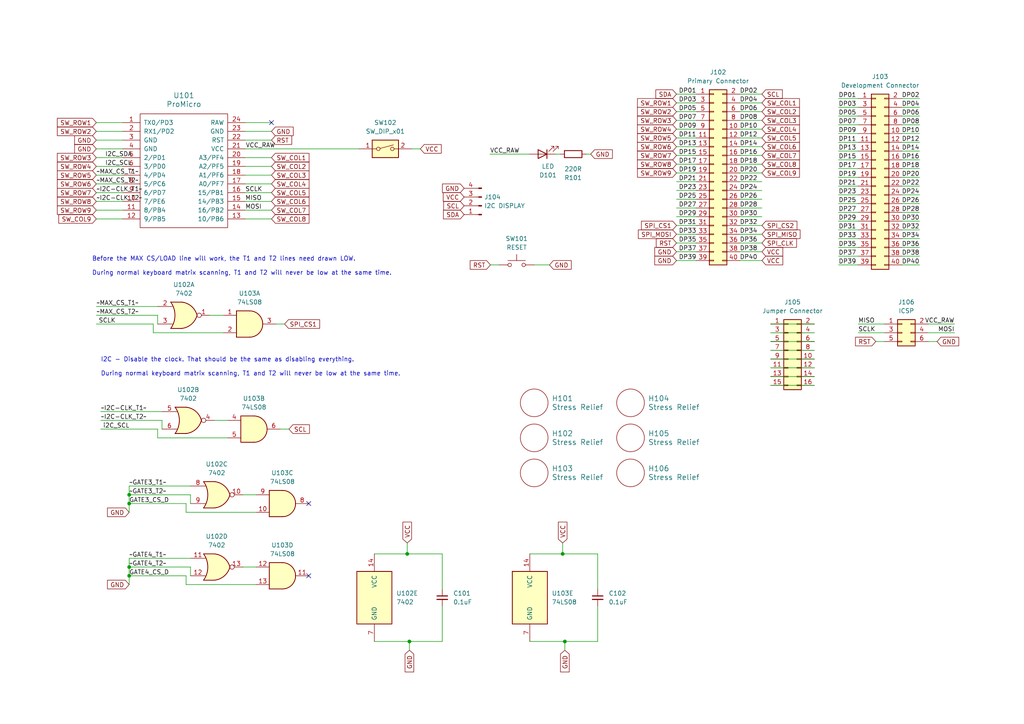
<source format=kicad_sch>
(kicad_sch (version 20230121) (generator eeschema)
  (paper "A4")
  (lib_symbols
    (symbol "74xx:7402" (pin_names (offset 1.016))
      (property "Reference" "U" (at 0 1.27 0))
      (property "Value" "7402" (at 0 -1.27 0))
      (symbol "7402_1_1"
        (pin output inverted (at 7.62 0 180) (length 3.81) (name "~") (number "1"))
        (pin input line (at -7.62 2.54 0) (length 4.318) (name "~") (number "2"))
        (pin input line (at -7.62 -2.54 0) (length 4.318) (name "~") (number "3"))
      )
      (symbol "7402_1_2"
        (pin output line (at 7.62 0 180) (length 3.81) (name "~") (number "1"))
        (pin input inverted (at -7.62 2.54 0) (length 3.81) (name "~") (number "2"))
        (pin input inverted (at -7.62 -2.54 0) (length 3.81) (name "~") (number "3"))
      )
      (symbol "7402_2_1"
        (pin output inverted (at 7.62 0 180) (length 3.81) (name "~") (number "4"))
        (pin input line (at -7.62 2.54 0) (length 4.318) (name "~") (number "5"))
        (pin input line (at -7.62 -2.54 0) (length 4.318) (name "~") (number "6"))
      )
      (symbol "7402_2_2"
        (pin output line (at 7.62 0 180) (length 3.81) (name "~") (number "4"))
        (pin input inverted (at -7.62 2.54 0) (length 3.81) (name "~") (number "5"))
        (pin input inverted (at -7.62 -2.54 0) (length 3.81) (name "~") (number "6"))
      )
      (symbol "7402_3_1"
        (pin output inverted (at 7.62 0 180) (length 3.81) (name "~") (number "10"))
        (pin input line (at -7.62 2.54 0) (length 4.318) (name "~") (number "8"))
        (pin input line (at -7.62 -2.54 0) (length 4.318) (name "~") (number "9"))
      )
      (symbol "7402_3_2"
        (pin output line (at 7.62 0 180) (length 3.81) (name "~") (number "10"))
        (pin input inverted (at -7.62 2.54 0) (length 3.81) (name "~") (number "8"))
        (pin input inverted (at -7.62 -2.54 0) (length 3.81) (name "~") (number "9"))
      )
      (symbol "7402_4_1"
        (pin input line (at -7.62 2.54 0) (length 4.318) (name "~") (number "11"))
        (pin input line (at -7.62 -2.54 0) (length 4.318) (name "~") (number "12"))
        (pin output inverted (at 7.62 0 180) (length 3.81) (name "~") (number "13"))
      )
      (symbol "7402_4_2"
        (pin input inverted (at -7.62 2.54 0) (length 3.81) (name "~") (number "11"))
        (pin input inverted (at -7.62 -2.54 0) (length 3.81) (name "~") (number "12"))
        (pin output line (at 7.62 0 180) (length 3.81) (name "~") (number "13"))
      )
      (symbol "7402_5_0"
        (pin power_in line (at 0 12.7 270) (length 5.08) (name "VCC") (number "14"))
        (pin power_in line (at 0 -12.7 90) (length 5.08) (name "GND") (number "7"))
      )
    )
    (symbol "74xx:74LS08" (pin_names (offset 1.016))
      (property "Reference" "U" (at 0 1.27 0))
      (property "Value" "74LS08" (at 0 -1.27 0))
      (symbol "74LS08_1_1"
        (pin input line (at -7.62 2.54 0) (length 3.81) (name "~") (number "1"))
        (pin input line (at -7.62 -2.54 0) (length 3.81) (name "~") (number "2"))
        (pin output line (at 7.62 0 180) (length 3.81) (name "~") (number "3"))
      )
      (symbol "74LS08_1_2"
        (pin input inverted (at -7.62 2.54 0) (length 4.318) (name "~") (number "1"))
        (pin input inverted (at -7.62 -2.54 0) (length 4.318) (name "~") (number "2"))
        (pin output inverted (at 7.62 0 180) (length 3.81) (name "~") (number "3"))
      )
      (symbol "74LS08_2_1"
        (pin input line (at -7.62 2.54 0) (length 3.81) (name "~") (number "4"))
        (pin input line (at -7.62 -2.54 0) (length 3.81) (name "~") (number "5"))
        (pin output line (at 7.62 0 180) (length 3.81) (name "~") (number "6"))
      )
      (symbol "74LS08_2_2"
        (pin input inverted (at -7.62 2.54 0) (length 4.318) (name "~") (number "4"))
        (pin input inverted (at -7.62 -2.54 0) (length 4.318) (name "~") (number "5"))
        (pin output inverted (at 7.62 0 180) (length 3.81) (name "~") (number "6"))
      )
      (symbol "74LS08_3_1"
        (pin input line (at -7.62 -2.54 0) (length 3.81) (name "~") (number "10"))
        (pin output line (at 7.62 0 180) (length 3.81) (name "~") (number "8"))
        (pin input line (at -7.62 2.54 0) (length 3.81) (name "~") (number "9"))
      )
      (symbol "74LS08_3_2"
        (pin input inverted (at -7.62 -2.54 0) (length 4.318) (name "~") (number "10"))
        (pin output inverted (at 7.62 0 180) (length 3.81) (name "~") (number "8"))
        (pin input inverted (at -7.62 2.54 0) (length 4.318) (name "~") (number "9"))
      )
      (symbol "74LS08_4_1"
        (pin output line (at 7.62 0 180) (length 3.81) (name "~") (number "11"))
        (pin input line (at -7.62 2.54 0) (length 3.81) (name "~") (number "12"))
        (pin input line (at -7.62 -2.54 0) (length 3.81) (name "~") (number "13"))
      )
      (symbol "74LS08_4_2"
        (pin output inverted (at 7.62 0 180) (length 3.81) (name "~") (number "11"))
        (pin input inverted (at -7.62 2.54 0) (length 4.318) (name "~") (number "12"))
        (pin input inverted (at -7.62 -2.54 0) (length 4.318) (name "~") (number "13"))
      )
      (symbol "74LS08_5_0"
        (pin power_in line (at 0 12.7 270) (length 5.08) (name "VCC") (number "14"))
        (pin power_in line (at 0 -12.7 90) (length 5.08) (name "GND") (number "7"))
      )
    )
    (symbol "Connector:Conn_01x04_Male" (pin_names (offset 1.016) hide)
      (property "Reference" "J" (at 0 5.08 0))
      (property "Value" "Conn_01x04_Male" (at 0 -7.62 0))
      (symbol "Conn_01x04_Male_1_1"
        (pin passive line (at 5.08 2.54 180) (length 3.81) (name "Pin_1") (number "1"))
        (pin passive line (at 5.08 0 180) (length 3.81) (name "Pin_2") (number "2"))
        (pin passive line (at 5.08 -2.54 180) (length 3.81) (name "Pin_3") (number "3"))
        (pin passive line (at 5.08 -5.08 180) (length 3.81) (name "Pin_4") (number "4"))
      )
    )
    (symbol "Connector_Generic:Conn_02x03_Odd_Even" (pin_names (offset 1.016) hide)
      (property "Reference" "J" (at 1.27 5.08 0))
      (property "Value" "Conn_02x03_Odd_Even" (at 1.27 -5.08 0))
      (symbol "Conn_02x03_Odd_Even_1_1"
        (pin passive line (at -5.08 2.54 0) (length 3.81) (name "Pin_1") (number "1"))
        (pin passive line (at 7.62 2.54 180) (length 3.81) (name "Pin_2") (number "2"))
        (pin passive line (at -5.08 0 0) (length 3.81) (name "Pin_3") (number "3"))
        (pin passive line (at 7.62 0 180) (length 3.81) (name "Pin_4") (number "4"))
        (pin passive line (at -5.08 -2.54 0) (length 3.81) (name "Pin_5") (number "5"))
        (pin passive line (at 7.62 -2.54 180) (length 3.81) (name "Pin_6") (number "6"))
      )
    )
    (symbol "Connector_Generic:Conn_02x08_Odd_Even" (pin_names (offset 1.016) hide)
      (property "Reference" "J" (at 1.27 10.16 0))
      (property "Value" "Conn_02x08_Odd_Even" (at 1.27 -12.7 0))
      (symbol "Conn_02x08_Odd_Even_1_1"
        (pin passive line (at -5.08 7.62 0) (length 3.81) (name "Pin_1") (number "1"))
        (pin passive line (at 7.62 -2.54 180) (length 3.81) (name "Pin_10") (number "10"))
        (pin passive line (at -5.08 -5.08 0) (length 3.81) (name "Pin_11") (number "11"))
        (pin passive line (at 7.62 -5.08 180) (length 3.81) (name "Pin_12") (number "12"))
        (pin passive line (at -5.08 -7.62 0) (length 3.81) (name "Pin_13") (number "13"))
        (pin passive line (at 7.62 -7.62 180) (length 3.81) (name "Pin_14") (number "14"))
        (pin passive line (at -5.08 -10.16 0) (length 3.81) (name "Pin_15") (number "15"))
        (pin passive line (at 7.62 -10.16 180) (length 3.81) (name "Pin_16") (number "16"))
        (pin passive line (at 7.62 7.62 180) (length 3.81) (name "Pin_2") (number "2"))
        (pin passive line (at -5.08 5.08 0) (length 3.81) (name "Pin_3") (number "3"))
        (pin passive line (at 7.62 5.08 180) (length 3.81) (name "Pin_4") (number "4"))
        (pin passive line (at -5.08 2.54 0) (length 3.81) (name "Pin_5") (number "5"))
        (pin passive line (at 7.62 2.54 180) (length 3.81) (name "Pin_6") (number "6"))
        (pin passive line (at -5.08 0 0) (length 3.81) (name "Pin_7") (number "7"))
        (pin passive line (at 7.62 0 180) (length 3.81) (name "Pin_8") (number "8"))
        (pin passive line (at -5.08 -2.54 0) (length 3.81) (name "Pin_9") (number "9"))
      )
    )
    (symbol "Connector_Generic:Conn_02x20_Odd_Even" (pin_names (offset 1.016) hide)
      (property "Reference" "J" (at 1.27 25.4 0))
      (property "Value" "Conn_02x20_Odd_Even" (at 1.27 -27.94 0))
      (symbol "Conn_02x20_Odd_Even_1_1"
        (pin passive line (at -5.08 22.86 0) (length 3.81) (name "Pin_1") (number "1"))
        (pin passive line (at 7.62 12.7 180) (length 3.81) (name "Pin_10") (number "10"))
        (pin passive line (at -5.08 10.16 0) (length 3.81) (name "Pin_11") (number "11"))
        (pin passive line (at 7.62 10.16 180) (length 3.81) (name "Pin_12") (number "12"))
        (pin passive line (at -5.08 7.62 0) (length 3.81) (name "Pin_13") (number "13"))
        (pin passive line (at 7.62 7.62 180) (length 3.81) (name "Pin_14") (number "14"))
        (pin passive line (at -5.08 5.08 0) (length 3.81) (name "Pin_15") (number "15"))
        (pin passive line (at 7.62 5.08 180) (length 3.81) (name "Pin_16") (number "16"))
        (pin passive line (at -5.08 2.54 0) (length 3.81) (name "Pin_17") (number "17"))
        (pin passive line (at 7.62 2.54 180) (length 3.81) (name "Pin_18") (number "18"))
        (pin passive line (at -5.08 0 0) (length 3.81) (name "Pin_19") (number "19"))
        (pin passive line (at 7.62 22.86 180) (length 3.81) (name "Pin_2") (number "2"))
        (pin passive line (at 7.62 0 180) (length 3.81) (name "Pin_20") (number "20"))
        (pin passive line (at -5.08 -2.54 0) (length 3.81) (name "Pin_21") (number "21"))
        (pin passive line (at 7.62 -2.54 180) (length 3.81) (name "Pin_22") (number "22"))
        (pin passive line (at -5.08 -5.08 0) (length 3.81) (name "Pin_23") (number "23"))
        (pin passive line (at 7.62 -5.08 180) (length 3.81) (name "Pin_24") (number "24"))
        (pin passive line (at -5.08 -7.62 0) (length 3.81) (name "Pin_25") (number "25"))
        (pin passive line (at 7.62 -7.62 180) (length 3.81) (name "Pin_26") (number "26"))
        (pin passive line (at -5.08 -10.16 0) (length 3.81) (name "Pin_27") (number "27"))
        (pin passive line (at 7.62 -10.16 180) (length 3.81) (name "Pin_28") (number "28"))
        (pin passive line (at -5.08 -12.7 0) (length 3.81) (name "Pin_29") (number "29"))
        (pin passive line (at -5.08 20.32 0) (length 3.81) (name "Pin_3") (number "3"))
        (pin passive line (at 7.62 -12.7 180) (length 3.81) (name "Pin_30") (number "30"))
        (pin passive line (at -5.08 -15.24 0) (length 3.81) (name "Pin_31") (number "31"))
        (pin passive line (at 7.62 -15.24 180) (length 3.81) (name "Pin_32") (number "32"))
        (pin passive line (at -5.08 -17.78 0) (length 3.81) (name "Pin_33") (number "33"))
        (pin passive line (at 7.62 -17.78 180) (length 3.81) (name "Pin_34") (number "34"))
        (pin passive line (at -5.08 -20.32 0) (length 3.81) (name "Pin_35") (number "35"))
        (pin passive line (at 7.62 -20.32 180) (length 3.81) (name "Pin_36") (number "36"))
        (pin passive line (at -5.08 -22.86 0) (length 3.81) (name "Pin_37") (number "37"))
        (pin passive line (at 7.62 -22.86 180) (length 3.81) (name "Pin_38") (number "38"))
        (pin passive line (at -5.08 -25.4 0) (length 3.81) (name "Pin_39") (number "39"))
        (pin passive line (at 7.62 20.32 180) (length 3.81) (name "Pin_4") (number "4"))
        (pin passive line (at 7.62 -25.4 180) (length 3.81) (name "Pin_40") (number "40"))
        (pin passive line (at -5.08 17.78 0) (length 3.81) (name "Pin_5") (number "5"))
        (pin passive line (at 7.62 17.78 180) (length 3.81) (name "Pin_6") (number "6"))
        (pin passive line (at -5.08 15.24 0) (length 3.81) (name "Pin_7") (number "7"))
        (pin passive line (at 7.62 15.24 180) (length 3.81) (name "Pin_8") (number "8"))
        (pin passive line (at -5.08 12.7 0) (length 3.81) (name "Pin_9") (number "9"))
      )
    )
    (symbol "Device:C_Small" (pin_numbers hide) (pin_names (offset 0.254) hide)
      (property "Reference" "C" (at 0.254 1.778 0))
      (property "Value" "C_Small" (at 0.254 -2.032 0))
      (symbol "C_Small_1_1"
        (pin passive line (at 0 2.54 270) (length 2.032) (name "~") (number "1"))
        (pin passive line (at 0 -2.54 90) (length 2.032) (name "~") (number "2"))
      )
    )
    (symbol "Device:LED" (pin_numbers hide) (pin_names (offset 1.016) hide)
      (property "Reference" "D" (at 0 2.54 0))
      (property "Value" "LED" (at 0 -2.54 0))
      (symbol "LED_1_1"
        (pin passive line (at -3.81 0 0) (length 2.54) (name "K") (number "1"))
        (pin passive line (at 3.81 0 180) (length 2.54) (name "A") (number "2"))
      )
    )
    (symbol "Device:R" (pin_numbers hide) (pin_names (offset 0))
      (property "Reference" "R" (at 2.032 0 90))
      (property "Value" "R" (at 0 0 90))
      (symbol "R_1_1"
        (pin passive line (at 0 3.81 270) (length 1.27) (name "~") (number "1"))
        (pin passive line (at 0 -3.81 90) (length 1.27) (name "~") (number "2"))
      )
    )
    (symbol "Switch:SW_DIP_x01" (pin_names (offset 0) hide)
      (property "Reference" "SW" (at 0 3.81 0))
      (property "Value" "SW_DIP_x01" (at 0 -3.81 0))
      (symbol "SW_DIP_x01_1_1"
        (pin passive line (at -7.62 0 0) (length 5.08) (name "~") (number "1"))
        (pin passive line (at 7.62 0 180) (length 5.08) (name "~") (number "2"))
      )
    )
    (symbol "Switch:SW_Push" (pin_numbers hide) (pin_names (offset 1.016) hide)
      (property "Reference" "SW" (at 1.27 2.54 0))
      (property "Value" "SW_Push" (at 0 -1.524 0))
      (symbol "SW_Push_0_1"
        (pin passive line (at -5.08 0 0) (length 2.54) (name "1") (number "1"))
        (pin passive line (at 5.08 0 180) (length 2.54) (name "2") (number "2"))
      )
    )
    (symbol "keebio:Hole" (pin_names (offset 1.016))
      (property "Reference" "H" (at 0 -1.27 0))
      (property "Value" "Hole" (at 0 1.27 0))
    )
    (symbol "keebio:ProMicro" (pin_names (offset 1.016))
      (property "Reference" "U" (at 0 0 0))
      (property "Value" "ProMicro" (at 0 -19.05 0))
      (symbol "ProMicro_1_1"
        (pin input line (at -17.78 13.97 0) (length 5.08) (name "TX0/PD3") (number "1"))
        (pin input line (at -17.78 -8.89 0) (length 5.08) (name "7/PE6") (number "10"))
        (pin input line (at -17.78 -11.43 0) (length 5.08) (name "8/PB4") (number "11"))
        (pin input line (at -17.78 -13.97 0) (length 5.08) (name "9/PB5") (number "12"))
        (pin input line (at 17.78 -13.97 180) (length 5.08) (name "10/PB6") (number "13"))
        (pin input line (at 17.78 -11.43 180) (length 5.08) (name "16/PB2") (number "14"))
        (pin input line (at 17.78 -8.89 180) (length 5.08) (name "14/PB3") (number "15"))
        (pin input line (at 17.78 -6.35 180) (length 5.08) (name "15/PB1") (number "16"))
        (pin input line (at 17.78 -3.81 180) (length 5.08) (name "A0/PF7") (number "17"))
        (pin input line (at 17.78 -1.27 180) (length 5.08) (name "A1/PF6") (number "18"))
        (pin input line (at 17.78 1.27 180) (length 5.08) (name "A2/PF5") (number "19"))
        (pin input line (at -17.78 11.43 0) (length 5.08) (name "RX1/PD2") (number "2"))
        (pin input line (at 17.78 3.81 180) (length 5.08) (name "A3/PF4") (number "20"))
        (pin input line (at 17.78 6.35 180) (length 5.08) (name "VCC") (number "21"))
        (pin input line (at 17.78 8.89 180) (length 5.08) (name "RST") (number "22"))
        (pin input line (at 17.78 11.43 180) (length 5.08) (name "GND") (number "23"))
        (pin input line (at 17.78 13.97 180) (length 5.08) (name "RAW") (number "24"))
        (pin input line (at -17.78 8.89 0) (length 5.08) (name "GND") (number "3"))
        (pin input line (at -17.78 6.35 0) (length 5.08) (name "GND") (number "4"))
        (pin input line (at -17.78 3.81 0) (length 5.08) (name "2/PD1") (number "5"))
        (pin input line (at -17.78 1.27 0) (length 5.08) (name "3/PD0") (number "6"))
        (pin input line (at -17.78 -1.27 0) (length 5.08) (name "4/PD4") (number "7"))
        (pin input line (at -17.78 -3.81 0) (length 5.08) (name "5/PC6") (number "8"))
        (pin input line (at -17.78 -6.35 0) (length 5.08) (name "6/PD7") (number "9"))
      )
    )
  )
  (junction (at 37.465 164.465))
  (junction (at 163.195 160.655))
  (junction (at 118.11 160.655))
  (junction (at 37.465 143.51))
  (junction (at 163.83 186.055))
  (junction (at 118.745 186.055))
  (junction (at 37.465 146.05))
  (junction (at 37.465 167.005))
  (no_connect (at 89.535 146.05))
  (no_connect (at 89.535 167.005))
  (no_connect (at 78.74 35.56))
  (wire (pts (xy 37.465 146.05) (xy 53.975 146.05)))
  (wire (pts (xy 261.62 43.815) (xy 266.7 43.815)))
  (wire (pts (xy 142.113 44.704) (xy 153.543 44.704)))
  (wire (pts (xy 223.52 111.76) (xy 236.22 111.76)))
  (wire (pts (xy 214.63 34.925) (xy 220.98 34.925)))
  (wire (pts (xy 37.465 164.465) (xy 55.245 164.465)))
  (wire (pts (xy 261.62 38.735) (xy 266.7 38.735)))
  (wire (pts (xy 196.215 45.085) (xy 201.93 45.085)))
  (wire (pts (xy 261.62 71.755) (xy 266.7 71.755)))
  (wire (pts (xy 261.62 69.215) (xy 266.7 69.215)))
  (wire (pts (xy 196.215 50.165) (xy 201.93 50.165)))
  (wire (pts (xy 27.94 55.88) (xy 35.56 55.88)))
  (wire (pts (xy 261.62 41.275) (xy 266.7 41.275)))
  (wire (pts (xy 53.975 169.545) (xy 74.295 169.545)))
  (wire (pts (xy 214.63 55.245) (xy 220.98 55.245)))
  (wire (pts (xy 196.215 34.925) (xy 201.93 34.925)))
  (wire (pts (xy 243.205 74.295) (xy 248.92 74.295)))
  (wire (pts (xy 71.12 45.72) (xy 78.74 45.72)))
  (wire (pts (xy 60.96 91.44) (xy 64.77 91.44)))
  (wire (pts (xy 196.215 42.545) (xy 201.93 42.545)))
  (wire (pts (xy 29.21 124.46) (xy 45.72 124.46)))
  (wire (pts (xy 37.465 143.51) (xy 55.245 143.51)))
  (wire (pts (xy 214.63 73.025) (xy 220.98 73.025)))
  (wire (pts (xy 223.52 101.6) (xy 236.22 101.6)))
  (wire (pts (xy 243.205 46.355) (xy 248.92 46.355)))
  (wire (pts (xy 128.27 186.055) (xy 118.745 186.055)))
  (wire (pts (xy 62.23 121.92) (xy 66.04 121.92)))
  (wire (pts (xy 71.12 58.42) (xy 78.74 58.42)))
  (wire (pts (xy 71.12 53.34) (xy 78.74 53.34)))
  (wire (pts (xy 214.63 45.085) (xy 220.98 45.085)))
  (wire (pts (xy 27.94 91.44) (xy 45.72 91.44)))
  (wire (pts (xy 80.01 93.98) (xy 82.55 93.98)))
  (wire (pts (xy 71.12 63.5) (xy 78.74 63.5)))
  (wire (pts (xy 46.99 121.92) (xy 46.99 124.46)))
  (wire (pts (xy 27.94 50.8) (xy 35.56 50.8)))
  (wire (pts (xy 196.215 75.565) (xy 201.93 75.565)))
  (wire (pts (xy 70.485 143.51) (xy 74.295 143.51)))
  (wire (pts (xy 243.205 28.575) (xy 248.92 28.575)))
  (wire (pts (xy 71.12 43.18) (xy 104.14 43.18)))
  (wire (pts (xy 37.465 161.925) (xy 55.245 161.925)))
  (wire (pts (xy 27.94 58.42) (xy 35.56 58.42)))
  (wire (pts (xy 118.745 186.055) (xy 108.585 186.055)))
  (wire (pts (xy 243.205 36.195) (xy 248.92 36.195)))
  (wire (pts (xy 214.63 47.625) (xy 220.98 47.625)))
  (wire (pts (xy 261.62 31.115) (xy 266.7 31.115)))
  (wire (pts (xy 53.975 146.05) (xy 53.975 148.59)))
  (wire (pts (xy 243.205 41.275) (xy 248.92 41.275)))
  (wire (pts (xy 269.24 93.98) (xy 276.86 93.98)))
  (wire (pts (xy 214.63 52.705) (xy 220.98 52.705)))
  (wire (pts (xy 163.195 157.48) (xy 163.195 160.655)))
  (wire (pts (xy 161.163 44.704) (xy 162.433 44.704)))
  (wire (pts (xy 261.62 64.135) (xy 266.7 64.135)))
  (wire (pts (xy 223.52 93.98) (xy 236.22 93.98)))
  (wire (pts (xy 214.63 40.005) (xy 220.98 40.005)))
  (wire (pts (xy 27.94 93.98) (xy 44.45 93.98)))
  (wire (pts (xy 214.63 62.865) (xy 220.98 62.865)))
  (wire (pts (xy 173.355 160.655) (xy 173.355 170.815)))
  (wire (pts (xy 163.83 186.055) (xy 163.83 188.595)))
  (wire (pts (xy 243.205 56.515) (xy 248.92 56.515)))
  (wire (pts (xy 261.62 36.195) (xy 266.7 36.195)))
  (wire (pts (xy 214.63 50.165) (xy 220.98 50.165)))
  (wire (pts (xy 27.94 35.56) (xy 35.56 35.56)))
  (wire (pts (xy 196.215 40.005) (xy 201.93 40.005)))
  (wire (pts (xy 173.355 186.055) (xy 163.83 186.055)))
  (wire (pts (xy 243.205 48.895) (xy 248.92 48.895)))
  (wire (pts (xy 196.215 32.385) (xy 201.93 32.385)))
  (wire (pts (xy 196.215 27.305) (xy 201.93 27.305)))
  (wire (pts (xy 27.94 45.72) (xy 35.56 45.72)))
  (wire (pts (xy 214.63 42.545) (xy 220.98 42.545)))
  (wire (pts (xy 71.12 35.56) (xy 78.74 35.56)))
  (wire (pts (xy 214.63 57.785) (xy 220.98 57.785)))
  (wire (pts (xy 173.355 175.895) (xy 173.355 186.055)))
  (wire (pts (xy 214.63 65.405) (xy 220.98 65.405)))
  (wire (pts (xy 37.465 164.465) (xy 37.465 167.005)))
  (wire (pts (xy 70.485 164.465) (xy 74.295 164.465)))
  (wire (pts (xy 27.94 40.64) (xy 35.56 40.64)))
  (wire (pts (xy 37.465 146.05) (xy 37.465 148.59)))
  (wire (pts (xy 248.92 93.98) (xy 256.54 93.98)))
  (wire (pts (xy 71.12 48.26) (xy 78.74 48.26)))
  (wire (pts (xy 196.215 60.325) (xy 201.93 60.325)))
  (wire (pts (xy 243.205 64.135) (xy 248.92 64.135)))
  (wire (pts (xy 214.63 27.305) (xy 220.98 27.305)))
  (wire (pts (xy 128.27 160.655) (xy 128.27 170.815)))
  (wire (pts (xy 261.62 28.575) (xy 266.7 28.575)))
  (wire (pts (xy 243.205 76.835) (xy 248.92 76.835)))
  (wire (pts (xy 153.67 160.655) (xy 163.195 160.655)))
  (wire (pts (xy 71.12 40.64) (xy 78.74 40.64)))
  (wire (pts (xy 243.205 69.215) (xy 248.92 69.215)))
  (wire (pts (xy 45.72 124.46) (xy 45.72 127)))
  (wire (pts (xy 37.465 140.97) (xy 55.245 140.97)))
  (wire (pts (xy 243.205 61.595) (xy 248.92 61.595)))
  (wire (pts (xy 196.215 62.865) (xy 201.93 62.865)))
  (wire (pts (xy 214.63 37.465) (xy 220.98 37.465)))
  (wire (pts (xy 37.465 140.97) (xy 37.465 143.51)))
  (wire (pts (xy 71.12 55.88) (xy 78.74 55.88)))
  (wire (pts (xy 27.94 53.34) (xy 35.56 53.34)))
  (wire (pts (xy 223.52 104.14) (xy 236.22 104.14)))
  (wire (pts (xy 261.62 76.835) (xy 266.7 76.835)))
  (wire (pts (xy 45.72 127) (xy 66.04 127)))
  (wire (pts (xy 261.62 56.515) (xy 266.7 56.515)))
  (wire (pts (xy 142.24 76.835) (xy 144.78 76.835)))
  (wire (pts (xy 243.205 66.675) (xy 248.92 66.675)))
  (wire (pts (xy 27.94 43.18) (xy 35.56 43.18)))
  (wire (pts (xy 27.94 60.96) (xy 35.56 60.96)))
  (wire (pts (xy 53.975 148.59) (xy 74.295 148.59)))
  (wire (pts (xy 55.245 143.51) (xy 55.245 146.05)))
  (wire (pts (xy 196.215 57.785) (xy 201.93 57.785)))
  (wire (pts (xy 196.215 65.405) (xy 201.93 65.405)))
  (wire (pts (xy 71.12 60.96) (xy 78.74 60.96)))
  (wire (pts (xy 37.465 161.925) (xy 37.465 164.465)))
  (wire (pts (xy 29.21 119.38) (xy 46.99 119.38)))
  (wire (pts (xy 81.28 124.46) (xy 83.82 124.46)))
  (wire (pts (xy 196.215 67.945) (xy 201.93 67.945)))
  (wire (pts (xy 55.245 164.465) (xy 55.245 167.005)))
  (wire (pts (xy 261.62 59.055) (xy 266.7 59.055)))
  (wire (pts (xy 44.45 93.98) (xy 44.45 96.52)))
  (wire (pts (xy 261.62 61.595) (xy 266.7 61.595)))
  (wire (pts (xy 44.45 96.52) (xy 64.77 96.52)))
  (wire (pts (xy 37.465 143.51) (xy 37.465 146.05)))
  (wire (pts (xy 163.195 160.655) (xy 173.355 160.655)))
  (wire (pts (xy 243.205 71.755) (xy 248.92 71.755)))
  (wire (pts (xy 196.215 70.485) (xy 201.93 70.485)))
  (wire (pts (xy 108.585 160.655) (xy 118.11 160.655)))
  (wire (pts (xy 154.94 76.835) (xy 159.385 76.835)))
  (wire (pts (xy 45.72 91.44) (xy 45.72 93.98)))
  (wire (pts (xy 163.83 186.055) (xy 153.67 186.055)))
  (wire (pts (xy 214.63 29.845) (xy 220.98 29.845)))
  (wire (pts (xy 243.205 33.655) (xy 248.92 33.655)))
  (wire (pts (xy 27.94 48.26) (xy 35.56 48.26)))
  (wire (pts (xy 243.205 53.975) (xy 248.92 53.975)))
  (wire (pts (xy 223.52 99.06) (xy 236.22 99.06)))
  (wire (pts (xy 196.215 73.025) (xy 201.93 73.025)))
  (wire (pts (xy 223.52 96.52) (xy 236.22 96.52)))
  (wire (pts (xy 118.11 157.48) (xy 118.11 160.655)))
  (wire (pts (xy 243.205 43.815) (xy 248.92 43.815)))
  (wire (pts (xy 214.63 70.485) (xy 220.98 70.485)))
  (wire (pts (xy 261.62 53.975) (xy 266.7 53.975)))
  (wire (pts (xy 243.205 51.435) (xy 248.92 51.435)))
  (wire (pts (xy 261.62 74.295) (xy 266.7 74.295)))
  (wire (pts (xy 119.38 43.18) (xy 121.92 43.18)))
  (wire (pts (xy 261.62 33.655) (xy 266.7 33.655)))
  (wire (pts (xy 27.94 88.9) (xy 45.72 88.9)))
  (wire (pts (xy 53.975 167.005) (xy 53.975 169.545)))
  (wire (pts (xy 196.215 47.625) (xy 201.93 47.625)))
  (wire (pts (xy 248.92 96.52) (xy 256.54 96.52)))
  (wire (pts (xy 214.63 75.565) (xy 220.98 75.565)))
  (wire (pts (xy 269.24 99.06) (xy 271.78 99.06)))
  (wire (pts (xy 261.62 46.355) (xy 266.7 46.355)))
  (wire (pts (xy 118.745 186.055) (xy 118.745 188.595)))
  (wire (pts (xy 243.205 31.115) (xy 248.92 31.115)))
  (wire (pts (xy 71.12 50.8) (xy 78.74 50.8)))
  (wire (pts (xy 254 99.06) (xy 256.54 99.06)))
  (wire (pts (xy 214.63 67.945) (xy 220.98 67.945)))
  (wire (pts (xy 223.52 106.68) (xy 236.22 106.68)))
  (wire (pts (xy 243.205 59.055) (xy 248.92 59.055)))
  (wire (pts (xy 37.465 167.005) (xy 53.975 167.005)))
  (wire (pts (xy 269.24 96.52) (xy 276.86 96.52)))
  (wire (pts (xy 261.62 66.675) (xy 266.7 66.675)))
  (wire (pts (xy 37.465 167.005) (xy 37.465 169.545)))
  (wire (pts (xy 118.11 160.655) (xy 128.27 160.655)))
  (wire (pts (xy 27.94 38.1) (xy 35.56 38.1)))
  (wire (pts (xy 196.215 55.245) (xy 201.93 55.245)))
  (wire (pts (xy 261.62 48.895) (xy 266.7 48.895)))
  (wire (pts (xy 214.63 60.325) (xy 220.98 60.325)))
  (wire (pts (xy 29.21 121.92) (xy 46.99 121.92)))
  (wire (pts (xy 243.205 38.735) (xy 248.92 38.735)))
  (wire (pts (xy 128.27 175.895) (xy 128.27 186.055)))
  (wire (pts (xy 214.63 32.385) (xy 220.98 32.385)))
  (wire (pts (xy 196.215 52.705) (xy 201.93 52.705)))
  (wire (pts (xy 71.12 38.1) (xy 78.74 38.1)))
  (wire (pts (xy 196.215 37.465) (xy 201.93 37.465)))
  (wire (pts (xy 223.52 109.22) (xy 236.22 109.22)))
  (wire (pts (xy 27.94 63.5) (xy 35.56 63.5)))
  (wire (pts (xy 170.053 44.704) (xy 171.323 44.704)))
  (wire (pts (xy 196.215 29.845) (xy 201.93 29.845)))
  (wire (pts (xy 261.62 51.435) (xy 266.7 51.435)))
  (text "I2C - Disable the clock. That should be the same as disabling everything.\n\nDuring normal keyboard matrix scanning, T1 and T2 will never be low at the same time.\n" (at 29.21 109.22 0) (effects (font (size 1.27 1.27)) (justify left bottom)))
  (text "Before the MAX CS/LOAD line will work, the T1 and T2 lines need drawn LOW.\n\nDuring normal keyboard matrix scanning, T1 and T2 will never be low at the same time.\n" (at 26.67 80.01 0) (effects (font (size 1.27 1.27)) (justify left bottom)))
  (label "DP36" (at 266.7 71.755 180))
  (label "DP27" (at 196.85 60.325 0))
  (label "DP29" (at 243.205 64.135 0))
  (label "~GATE3_T1~" (at 37.465 140.97 0))
  (label "DP12" (at 219.71 40.005 180))
  (label "DP14" (at 219.71 42.545 180))
  (label "DP21" (at 196.85 52.705 0))
  (label "DP28" (at 219.71 60.325 180))
  (label "DP30" (at 266.7 64.135 180))
  (label "DP03" (at 243.205 31.115 0))
  (label "DP39" (at 243.205 76.835 0))
  (label "DP11" (at 243.205 41.275 0))
  (label "VCC_RAW" (at 276.86 93.98 180))
  (label "~I2C-CLK_T2~" (at 29.21 121.92 0))
  (label "DP31" (at 243.205 66.675 0))
  (label "DP28" (at 266.7 61.595 180))
  (label "DP06" (at 266.7 33.655 180))
  (label "DP22" (at 266.7 53.975 180))
  (label "DP04" (at 219.71 29.845 180))
  (label "VCC_RAW" (at 71.247 43.18 0))
  (label "DP29" (at 196.85 62.865 0))
  (label "DP32" (at 219.71 65.405 180))
  (label "DP22" (at 219.71 52.705 180))
  (label "DP17" (at 196.85 47.625 0))
  (label "DP09" (at 243.205 38.735 0))
  (label "SCLK" (at 28.575 93.98 0))
  (label "DP12" (at 266.7 41.275 180))
  (label "DP36" (at 219.71 70.485 180))
  (label "~MAX_CS_T1~" (at 27.94 50.8 0))
  (label "DP01" (at 196.85 27.305 0))
  (label "DP26" (at 219.71 57.785 180))
  (label "DP19" (at 196.85 50.165 0))
  (label "DP23" (at 196.85 55.245 0))
  (label "DP25" (at 196.85 57.785 0))
  (label "MISO" (at 71.12 58.42 0))
  (label "DP38" (at 266.7 74.295 180))
  (label "DP38" (at 219.71 73.025 180))
  (label "DP27" (at 243.205 61.595 0))
  (label "DP40" (at 266.7 76.835 180))
  (label "SCLK" (at 71.12 55.88 0))
  (label "DP10" (at 266.7 38.735 180))
  (label "~I2C-CLK_T2~" (at 27.94 58.42 0))
  (label "~MAX_CS_T2~" (at 27.94 91.44 0))
  (label "DP39" (at 196.85 75.565 0))
  (label "DP34" (at 219.71 67.945 180))
  (label "DP14" (at 266.7 43.815 180))
  (label "~GATE4_T2~" (at 37.465 164.465 0))
  (label "DP35" (at 196.85 70.485 0))
  (label "~MAX_CS_T1~" (at 27.94 88.9 0))
  (label "GATE4_CS_D" (at 37.465 167.005 0))
  (label "DP13" (at 196.85 42.545 0))
  (label "I2C_SCL" (at 30.48 48.26 0))
  (label "~GATE3_T2~" (at 37.465 143.51 0))
  (label "DP06" (at 219.71 32.385 180))
  (label "DP07" (at 196.85 34.925 0))
  (label "DP04" (at 266.7 31.115 180))
  (label "~I2C-CLK_T1~" (at 29.21 119.38 0))
  (label "DP20" (at 266.7 51.435 180))
  (label "DP01" (at 243.205 28.575 0))
  (label "MOSI" (at 276.86 96.52 180))
  (label "DP08" (at 266.7 36.195 180))
  (label "DP21" (at 243.205 53.975 0))
  (label "GATE3_CS_D" (at 37.465 146.05 0))
  (label "DP15" (at 243.205 46.355 0))
  (label "i2C_SCL" (at 29.845 124.46 0))
  (label "VCC_RAW" (at 142.113 44.704 0))
  (label "DP07" (at 243.205 36.195 0))
  (label "DP13" (at 243.205 43.815 0))
  (label "DP18" (at 266.7 48.895 180))
  (label "DP34" (at 266.7 69.215 180))
  (label "DP20" (at 219.71 50.165 180))
  (label "DP18" (at 219.71 47.625 180))
  (label "~GATE4_T1~" (at 37.465 161.925 0))
  (label "DP02" (at 219.71 27.305 180))
  (label "DP05" (at 196.85 32.385 0))
  (label "DP30" (at 219.71 62.865 180))
  (label "DP40" (at 219.71 75.565 180))
  (label "DP05" (at 243.205 33.655 0))
  (label "DP03" (at 196.85 29.845 0))
  (label "DP37" (at 243.205 74.295 0))
  (label "DP32" (at 266.7 66.675 180))
  (label "DP24" (at 266.7 56.515 180))
  (label "DP16" (at 266.7 46.355 180))
  (label "MISO" (at 248.92 93.98 0))
  (label "DP23" (at 243.205 56.515 0))
  (label "DP17" (at 243.205 48.895 0))
  (label "DP08" (at 219.71 34.925 180))
  (label "DP15" (at 196.85 45.085 0))
  (label "I2C_SDA" (at 30.48 45.72 0))
  (label "DP35" (at 243.205 71.755 0))
  (label "~I2C-CLK_T1~" (at 27.94 55.88 0))
  (label "DP33" (at 196.85 67.945 0))
  (label "DP24" (at 219.71 55.245 180))
  (label "DP33" (at 243.205 69.215 0))
  (label "DP11" (at 196.85 40.005 0))
  (label "DP25" (at 243.205 59.055 0))
  (label "MOSI" (at 71.12 60.96 0))
  (label "DP09" (at 196.85 37.465 0))
  (label "SCLK" (at 248.92 96.52 0))
  (label "DP10" (at 219.71 37.465 180))
  (label "DP19" (at 243.205 51.435 0))
  (label "DP16" (at 219.71 45.085 180))
  (label "DP26" (at 266.7 59.055 180))
  (label "DP02" (at 266.7 28.575 180))
  (label "~MAX_CS_T2~" (at 27.94 53.34 0))
  (label "DP31" (at 196.85 65.405 0))
  (label "DP37" (at 196.85 73.025 0))
  (global_label "SW_ROW5" (shape input) (at 27.94 50.8 180) (property "Intersheetrefs" "${INTERSHEET_REFS}" (effects hide)))
  (global_label "SW_COL2" (shape input) (at 220.98 32.385 0) (property "Intersheetrefs" "${INTERSHEET_REFS}" (effects hide)))
  (global_label "SW_ROW8" (shape input) (at 27.94 58.42 180) (property "Intersheetrefs" "${INTERSHEET_REFS}" (effects hide)))
  (global_label "SW_ROW1" (shape input) (at 196.215 29.845 180) (property "Intersheetrefs" "${INTERSHEET_REFS}" (effects hide)))
  (global_label "SW_ROW9" (shape input) (at 196.215 50.165 180) (property "Intersheetrefs" "${INTERSHEET_REFS}" (effects hide)))
  (global_label "SW_ROW6" (shape input) (at 196.215 42.545 180) (property "Intersheetrefs" "${INTERSHEET_REFS}" (effects hide)))
  (global_label "SCL" (shape input) (at 83.82 124.46 0) (property "Intersheetrefs" "${INTERSHEET_REFS}" (effects hide)))
  (global_label "GND" (shape input) (at 271.78 99.06 0) (property "Intersheetrefs" "${INTERSHEET_REFS}" (effects hide)))
  (global_label "GND" (shape input) (at 27.94 40.64 180) (property "Intersheetrefs" "${INTERSHEET_REFS}" (effects hide)))
  (global_label "SCL" (shape input) (at 220.98 27.305 0) (property "Intersheetrefs" "${INTERSHEET_REFS}" (effects hide)))
  (global_label "SW_ROW7" (shape input) (at 27.94 55.88 180) (property "Intersheetrefs" "${INTERSHEET_REFS}" (effects hide)))
  (global_label "GND" (shape input) (at 134.62 54.61 180) (property "Intersheetrefs" "${INTERSHEET_REFS}" (effects hide)))
  (global_label "SDA" (shape input) (at 196.215 27.305 180) (property "Intersheetrefs" "${INTERSHEET_REFS}" (effects hide)))
  (global_label "SPI_CS1" (shape input) (at 196.215 65.405 180) (property "Intersheetrefs" "${INTERSHEET_REFS}" (effects hide)))
  (global_label "GND" (shape input) (at 37.465 169.545 180) (property "Intersheetrefs" "${INTERSHEET_REFS}" (effects hide)))
  (global_label "SCL" (shape input) (at 134.62 59.69 180) (property "Intersheetrefs" "${INTERSHEET_REFS}" (effects hide)))
  (global_label "SW_COL9" (shape input) (at 27.94 63.5 180) (property "Intersheetrefs" "${INTERSHEET_REFS}" (effects hide)))
  (global_label "VCC" (shape input) (at 121.92 43.18 0) (property "Intersheetrefs" "${INTERSHEET_REFS}" (effects hide)))
  (global_label "SW_COL6" (shape input) (at 220.98 42.545 0) (property "Intersheetrefs" "${INTERSHEET_REFS}" (effects hide)))
  (global_label "SPI_MOSI" (shape input) (at 196.215 67.945 180) (property "Intersheetrefs" "${INTERSHEET_REFS}" (effects hide)))
  (global_label "SW_ROW1" (shape input) (at 27.94 35.56 180) (property "Intersheetrefs" "${INTERSHEET_REFS}" (effects hide)))
  (global_label "SW_ROW7" (shape input) (at 196.215 45.085 180) (property "Intersheetrefs" "${INTERSHEET_REFS}" (effects hide)))
  (global_label "SW_ROW6" (shape input) (at 27.94 53.34 180) (property "Intersheetrefs" "${INTERSHEET_REFS}" (effects hide)))
  (global_label "SW_COL4" (shape input) (at 78.74 53.34 0) (property "Intersheetrefs" "${INTERSHEET_REFS}" (effects hide)))
  (global_label "SW_ROW4" (shape input) (at 27.94 48.26 180) (property "Intersheetrefs" "${INTERSHEET_REFS}" (effects hide)))
  (global_label "SW_ROW9" (shape input) (at 27.94 60.96 180) (property "Intersheetrefs" "${INTERSHEET_REFS}" (effects hide)))
  (global_label "VCC" (shape input) (at 220.98 75.565 0) (property "Intersheetrefs" "${INTERSHEET_REFS}" (effects hide)))
  (global_label "GND" (shape input) (at 118.745 188.595 270) (property "Intersheetrefs" "${INTERSHEET_REFS}" (effects hide)))
  (global_label "SW_COL6" (shape input) (at 78.74 58.42 0) (property "Intersheetrefs" "${INTERSHEET_REFS}" (effects hide)))
  (global_label "SW_COL3" (shape input) (at 220.98 34.925 0) (property "Intersheetrefs" "${INTERSHEET_REFS}" (effects hide)))
  (global_label "SW_COL1" (shape input) (at 220.98 29.845 0) (property "Intersheetrefs" "${INTERSHEET_REFS}" (effects hide)))
  (global_label "SPI_CS2" (shape input) (at 220.98 65.405 0) (property "Intersheetrefs" "${INTERSHEET_REFS}" (effects hide)))
  (global_label "SW_ROW3" (shape input) (at 196.215 34.925 180) (property "Intersheetrefs" "${INTERSHEET_REFS}" (effects hide)))
  (global_label "GND" (shape input) (at 196.215 73.025 180) (property "Intersheetrefs" "${INTERSHEET_REFS}" (effects hide)))
  (global_label "SW_ROW4" (shape input) (at 196.215 37.465 180) (property "Intersheetrefs" "${INTERSHEET_REFS}" (effects hide)))
  (global_label "VCC" (shape input) (at 220.98 73.025 0) (property "Intersheetrefs" "${INTERSHEET_REFS}" (effects hide)))
  (global_label "SW_COL7" (shape input) (at 78.74 60.96 0) (property "Intersheetrefs" "${INTERSHEET_REFS}" (effects hide)))
  (global_label "SW_COL5" (shape input) (at 220.98 40.005 0) (property "Intersheetrefs" "${INTERSHEET_REFS}" (effects hide)))
  (global_label "GND" (shape input) (at 163.83 188.595 270) (property "Intersheetrefs" "${INTERSHEET_REFS}" (effects hide)))
  (global_label "SW_COL2" (shape input) (at 78.74 48.26 0) (property "Intersheetrefs" "${INTERSHEET_REFS}" (effects hide)))
  (global_label "SW_ROW3" (shape input) (at 27.94 45.72 180) (property "Intersheetrefs" "${INTERSHEET_REFS}" (effects hide)))
  (global_label "RST" (shape input) (at 254 99.06 180) (property "Intersheetrefs" "${INTERSHEET_REFS}" (effects hide)))
  (global_label "SW_COL4" (shape input) (at 220.98 37.465 0) (property "Intersheetrefs" "${INTERSHEET_REFS}" (effects hide)))
  (global_label "VCC" (shape input) (at 134.62 57.15 180) (property "Intersheetrefs" "${INTERSHEET_REFS}" (effects hide)))
  (global_label "SW_ROW5" (shape input) (at 196.215 40.005 180) (property "Intersheetrefs" "${INTERSHEET_REFS}" (effects hide)))
  (global_label "VCC" (shape input) (at 118.11 157.48 90) (property "Intersheetrefs" "${INTERSHEET_REFS}" (effects hide)))
  (global_label "SW_ROW2" (shape input) (at 196.215 32.385 180) (property "Intersheetrefs" "${INTERSHEET_REFS}" (effects hide)))
  (global_label "SW_COL7" (shape input) (at 220.98 45.085 0) (property "Intersheetrefs" "${INTERSHEET_REFS}" (effects hide)))
  (global_label "RST" (shape input) (at 142.24 76.835 180) (property "Intersheetrefs" "${INTERSHEET_REFS}" (effects hide)))
  (global_label "SW_ROW2" (shape input) (at 27.94 38.1 180) (property "Intersheetrefs" "${INTERSHEET_REFS}" (effects hide)))
  (global_label "VCC" (shape input) (at 163.195 157.48 90) (property "Intersheetrefs" "${INTERSHEET_REFS}" (effects hide)))
  (global_label "SW_COL3" (shape input) (at 78.74 50.8 0) (property "Intersheetrefs" "${INTERSHEET_REFS}" (effects hide)))
  (global_label "SPI_CS1" (shape input) (at 82.55 93.98 0) (property "Intersheetrefs" "${INTERSHEET_REFS}" (effects hide)))
  (global_label "SW_COL1" (shape input) (at 78.74 45.72 0) (property "Intersheetrefs" "${INTERSHEET_REFS}" (effects hide)))
  (global_label "GND" (shape input) (at 27.94 43.18 180) (property "Intersheetrefs" "${INTERSHEET_REFS}" (effects hide)))
  (global_label "SDA" (shape input) (at 134.62 62.23 180) (property "Intersheetrefs" "${INTERSHEET_REFS}" (effects hide)))
  (global_label "GND" (shape input) (at 78.74 38.1 0) (property "Intersheetrefs" "${INTERSHEET_REFS}" (effects hide)))
  (global_label "GND" (shape input) (at 196.215 75.565 180) (property "Intersheetrefs" "${INTERSHEET_REFS}" (effects hide)))
  (global_label "SW_COL9" (shape input) (at 220.98 50.165 0) (property "Intersheetrefs" "${INTERSHEET_REFS}" (effects hide)))
  (global_label "GND" (shape input) (at 159.385 76.835 0) (property "Intersheetrefs" "${INTERSHEET_REFS}" (effects hide)))
  (global_label "SW_ROW8" (shape input) (at 196.215 47.625 180) (property "Intersheetrefs" "${INTERSHEET_REFS}" (effects hide)))
  (global_label "SW_COL5" (shape input) (at 78.74 55.88 0) (property "Intersheetrefs" "${INTERSHEET_REFS}" (effects hide)))
  (global_label "GND" (shape input) (at 171.323 44.704 0) (property "Intersheetrefs" "${INTERSHEET_REFS}" (effects hide)))
  (global_label "RST" (shape input) (at 196.215 70.485 180) (property "Intersheetrefs" "${INTERSHEET_REFS}" (effects hide)))
  (global_label "SPI_CLK" (shape input) (at 220.98 70.485 0) (property "Intersheetrefs" "${INTERSHEET_REFS}" (effects hide)))
  (global_label "GND" (shape input) (at 37.465 148.59 180) (property "Intersheetrefs" "${INTERSHEET_REFS}" (effects hide)))
  (global_label "RST" (shape input) (at 78.74 40.64 0) (property "Intersheetrefs" "${INTERSHEET_REFS}" (effects hide)))
  (global_label "SW_COL8" (shape input) (at 220.98 47.625 0) (property "Intersheetrefs" "${INTERSHEET_REFS}" (effects hide)))
  (global_label "SW_COL8" (shape input) (at 78.74 63.5 0) (property "Intersheetrefs" "${INTERSHEET_REFS}" (effects hide)))
  (global_label "SPI_MISO" (shape input) (at 220.98 67.945 0) (property "Intersheetrefs" "${INTERSHEET_REFS}" (effects hide)))
  (symbol (lib_id "Switch:SW_DIP_x01") (at 111.76 43.18 0) (unit 1)
    (property "Reference" "SW102" (at 111.76 35.56 0))
    (property "Value" "SW_DIP_x01" (at 111.76 38.1 0))
    (property "Footprint" "Button_Switch_THT:SW_DIP_SPSTx01_Slide_9.78x4.72mm_W7.62mm_P2.54mm" (effects hide))
  )
  (symbol (lib_id "keebio:Hole") (at 154.94 127 0) (unit 1)
    (property "Reference" "H102" (at 160.02 125.73 0) (effects (font (size 1.524 1.524)) (justify left)))
    (property "Value" "Stress Relief" (at 160.02 128.27 0) (effects (font (size 1.524 1.524)) (justify left)))
    (property "Footprint" "MountingHole:MountingHole_2.7mm" (effects hide))
  )
  (symbol (lib_id "74xx:74LS08") (at 153.67 173.355 0) (unit 5)
    (property "Reference" "U103" (at 160.02 172.085 0) (effects (justify left)))
    (property "Value" "74LS08" (at 160.02 174.625 0) (effects (justify left)))
    (property "Footprint" "Package_DIP:DIP-14_W7.62mm_Socket" (effects hide))
    (property "Datasheet" "http://www.ti.com/lit/gpn/sn74LS08" (effects hide))
  )
  (symbol (lib_id "keebio:Hole") (at 182.88 127 0) (unit 1)
    (property "Reference" "H105" (at 187.96 125.73 0) (effects (font (size 1.524 1.524)) (justify left)))
    (property "Value" "Stress Relief" (at 187.96 128.27 0) (effects (font (size 1.524 1.524)) (justify left)))
    (property "Footprint" "MountingHole:MountingHole_2.7mm" (effects hide))
  )
  (symbol (lib_id "74xx:74LS08") (at 81.915 146.05 0) (unit 3)
    (property "Reference" "U103" (at 81.9067 137.16 0))
    (property "Value" "74LS08" (at 81.9067 139.7 0))
    (property "Footprint" "Package_DIP:DIP-14_W7.62mm_Socket" (effects hide))
    (property "Datasheet" "http://www.ti.com/lit/gpn/sn74LS08" (effects hide))
  )
  (symbol (lib_id "Connector_Generic:Conn_02x08_Odd_Even") (at 228.6 101.6 0) (unit 1)
    (property "Reference" "J105" (at 229.87 87.63 0))
    (property "Value" "Jumper Connector" (at 229.87 90.17 0))
    (property "Footprint" "Connector_PinHeader_2.54mm:PinHeader_2x08_P2.54mm_Vertical" (effects hide))
  )
  (symbol (lib_id "keebio:Hole") (at 182.88 116.84 0) (unit 1)
    (property "Reference" "H104" (at 187.96 115.57 0) (effects (font (size 1.524 1.524)) (justify left)))
    (property "Value" "Stress Relief" (at 187.96 118.11 0) (effects (font (size 1.524 1.524)) (justify left)))
    (property "Footprint" "MountingHole:MountingHole_2.7mm" (effects hide))
  )
  (symbol (lib_id "Device:LED") (at 157.353 44.704 180) (unit 1)
    (property "Reference" "D101" (at 158.9405 50.8 0))
    (property "Value" "LED" (at 158.9405 48.26 0))
    (property "Footprint" "LED_THT:LED_D3.0mm" (effects hide))
  )
  (symbol (lib_id "74xx:7402") (at 108.585 173.355 0) (unit 5)
    (property "Reference" "U102" (at 114.935 172.085 0) (effects (justify left)))
    (property "Value" "7402" (at 114.935 174.625 0) (effects (justify left)))
    (property "Footprint" "Package_DIP:DIP-14_W7.62mm_Socket" (effects hide))
    (property "Datasheet" "http://www.ti.com/lit/gpn/sn7402" (effects hide))
  )
  (symbol (lib_id "Device:C_Small") (at 173.355 173.355 0) (unit 1)
    (property "Reference" "C102" (at 176.53 172.0913 0) (effects (justify left)))
    (property "Value" "0.1uF" (at 176.53 174.6313 0) (effects (justify left)))
    (property "Footprint" "Capacitor_THT:C_Axial_L3.8mm_D2.6mm_P7.50mm_Horizontal" (effects hide))
  )
  (symbol (lib_id "74xx:7402") (at 53.34 91.44 0) (unit 1)
    (property "Reference" "U102" (at 53.34 82.55 0))
    (property "Value" "7402" (at 53.34 85.09 0))
    (property "Footprint" "Package_DIP:DIP-14_W7.62mm_Socket" (effects hide))
    (property "Datasheet" "http://www.ti.com/lit/gpn/sn7402" (effects hide))
  )
  (symbol (lib_id "74xx:74LS08") (at 72.39 93.98 0) (unit 1)
    (property "Reference" "U103" (at 72.3817 85.09 0))
    (property "Value" "74LS08" (at 72.3817 87.63 0))
    (property "Footprint" "Package_DIP:DIP-14_W7.62mm_Socket" (effects hide))
    (property "Datasheet" "http://www.ti.com/lit/gpn/sn74LS08" (effects hide))
  )
  (symbol (lib_id "Device:R") (at 166.243 44.704 270) (unit 1)
    (property "Reference" "R101" (at 166.243 51.562 90))
    (property "Value" "220R" (at 166.243 49.022 90))
    (property "Footprint" "keebio:Resistor-Hybrid" (effects hide))
  )
  (symbol (lib_id "74xx:74LS08") (at 81.915 167.005 0) (unit 4)
    (property "Reference" "U103" (at 81.9067 158.115 0))
    (property "Value" "74LS08" (at 81.9067 160.655 0))
    (property "Footprint" "Package_DIP:DIP-14_W7.62mm_Socket" (effects hide))
    (property "Datasheet" "http://www.ti.com/lit/gpn/sn74LS08" (effects hide))
  )
  (symbol (lib_id "keebio:Hole") (at 154.94 116.84 0) (unit 1)
    (property "Reference" "H101" (at 160.02 115.57 0) (effects (font (size 1.524 1.524)) (justify left)))
    (property "Value" "Stress Relief" (at 160.02 118.11 0) (effects (font (size 1.524 1.524)) (justify left)))
    (property "Footprint" "MountingHole:MountingHole_2.7mm" (effects hide))
  )
  (symbol (lib_id "keebio:ProMicro") (at 53.34 49.53 0) (unit 1)
    (property "Reference" "U101" (at 53.34 27.686 0) (effects (font (size 1.524 1.524))))
    (property "Value" "ProMicro" (at 53.34 30.226 0) (effects (font (size 1.524 1.524))))
    (property "Footprint" "promicro:ProMicro" (effects hide))
  )
  (symbol (lib_id "keebio:Hole") (at 154.94 137.16 0) (unit 1)
    (property "Reference" "H103" (at 160.02 135.89 0) (effects (font (size 1.524 1.524)) (justify left)))
    (property "Value" "Stress Relief" (at 160.02 138.43 0) (effects (font (size 1.524 1.524)) (justify left)))
    (property "Footprint" "MountingHole:MountingHole_2.7mm" (effects hide))
  )
  (symbol (lib_id "Connector:Conn_01x04_Male") (at 139.7 59.69 180) (unit 1)
    (property "Reference" "J104" (at 140.462 57.1499 0) (effects (justify right)))
    (property "Value" "I2C DISPLAY" (at 140.462 59.6899 0) (effects (justify right)))
    (property "Footprint" "Connector_PinHeader_2.54mm:PinHeader_1x04_P2.54mm_Horizontal" (effects hide))
  )
  (symbol (lib_id "74xx:7402") (at 62.865 164.465 0) (unit 4)
    (property "Reference" "U102" (at 62.865 155.575 0))
    (property "Value" "7402" (at 62.865 158.115 0))
    (property "Footprint" "Package_DIP:DIP-14_W7.62mm_Socket" (effects hide))
    (property "Datasheet" "http://www.ti.com/lit/gpn/sn7402" (effects hide))
  )
  (symbol (lib_id "Device:C_Small") (at 128.27 173.355 0) (unit 1)
    (property "Reference" "C101" (at 131.445 172.0913 0) (effects (justify left)))
    (property "Value" "0.1uF" (at 131.445 174.6313 0) (effects (justify left)))
    (property "Footprint" "Capacitor_THT:C_Axial_L3.8mm_D2.6mm_P7.50mm_Horizontal" (effects hide))
  )
  (symbol (lib_id "74xx:7402") (at 62.865 143.51 0) (unit 3)
    (property "Reference" "U102" (at 62.865 134.62 0))
    (property "Value" "7402" (at 62.865 137.16 0))
    (property "Footprint" "Package_DIP:DIP-14_W7.62mm_Socket" (effects hide))
    (property "Datasheet" "http://www.ti.com/lit/gpn/sn7402" (effects hide))
  )
  (symbol (lib_id "74xx:74LS08") (at 73.66 124.46 0) (unit 2)
    (property "Reference" "U103" (at 73.6517 115.57 0))
    (property "Value" "74LS08" (at 73.6517 118.11 0))
    (property "Footprint" "Package_DIP:DIP-14_W7.62mm_Socket" (effects hide))
    (property "Datasheet" "http://www.ti.com/lit/gpn/sn74LS08" (effects hide))
  )
  (symbol (lib_id "keebio:Hole") (at 182.88 137.16 0) (unit 1)
    (property "Reference" "H106" (at 187.96 135.89 0) (effects (font (size 1.524 1.524)) (justify left)))
    (property "Value" "Stress Relief" (at 187.96 138.43 0) (effects (font (size 1.524 1.524)) (justify left)))
    (property "Footprint" "MountingHole:MountingHole_2.7mm" (effects hide))
  )
  (symbol (lib_id "Connector_Generic:Conn_02x20_Odd_Even") (at 207.01 50.165 0) (unit 1)
    (property "Reference" "J102" (at 208.28 20.955 0))
    (property "Value" "Primary Connector" (at 208.28 23.495 0))
    (property "Footprint" "Connector_PinHeader_2.54mm:PinHeader_2x20_P2.54mm_Vertical" (effects hide))
  )
  (symbol (lib_id "Switch:SW_Push") (at 149.86 76.835 0) (unit 1)
    (property "Reference" "SW101" (at 149.86 69.215 0))
    (property "Value" "RESET" (at 149.86 71.755 0))
    (property "Footprint" "Button_Switch_THT:SW_PUSH_6mm" (effects hide))
  )
  (symbol (lib_id "Connector_Generic:Conn_02x03_Odd_Even") (at 261.62 96.52 0) (unit 1)
    (property "Reference" "J106" (at 262.89 87.63 0))
    (property "Value" "ICSP" (at 262.89 90.17 0))
    (property "Footprint" "Connector_PinHeader_2.54mm:PinHeader_2x03_P2.54mm_Vertical" (effects hide))
  )
  (symbol (lib_id "74xx:7402") (at 54.61 121.92 0) (unit 2)
    (property "Reference" "U102" (at 54.61 113.03 0))
    (property "Value" "7402" (at 54.61 115.57 0))
    (property "Footprint" "Package_DIP:DIP-14_W7.62mm_Socket" (effects hide))
    (property "Datasheet" "http://www.ti.com/lit/gpn/sn7402" (effects hide))
  )
  (symbol (lib_id "Connector_Generic:Conn_02x20_Odd_Even") (at 254 51.435 0) (unit 1)
    (property "Reference" "J103" (at 255.27 22.225 0))
    (property "Value" "Development Connector" (at 255.27 24.765 0))
    (property "Footprint" "Connector_PinHeader_2.54mm:PinHeader_2x20_P2.54mm_Vertical" (effects hide))
  )
)
</source>
